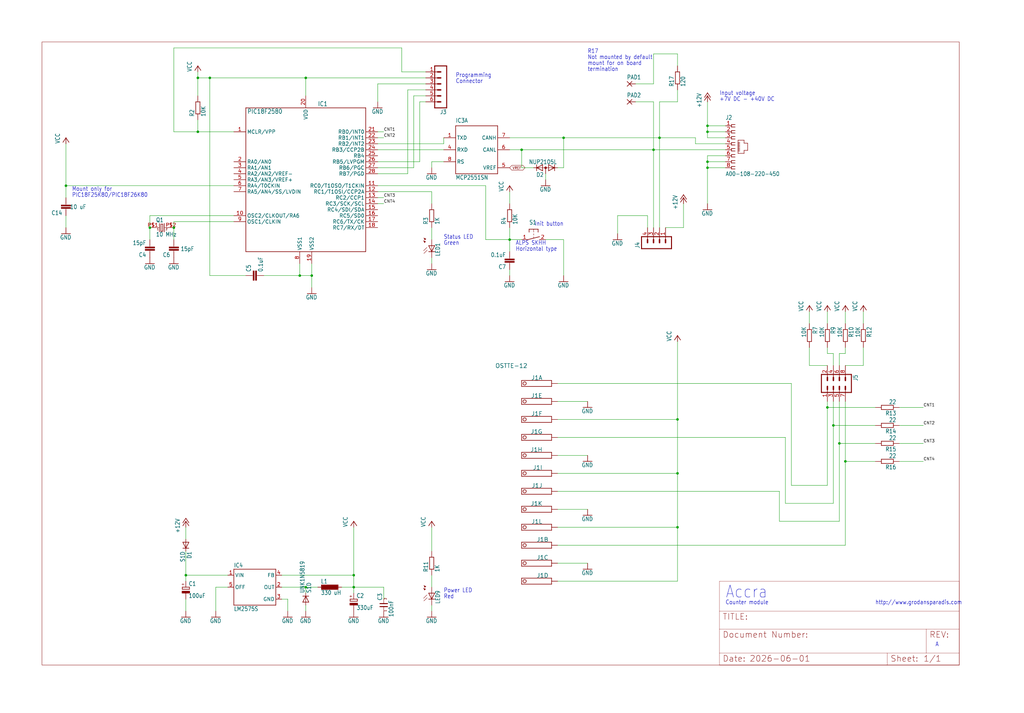
<source format=kicad_sch>
(kicad_sch (version 20250114) (generator "eeschema") (generator_version "9.0")
  (paper "User" 433.807 302.311)
  (lib_symbols
    (symbol "accra_A-eagle-import:+12V" (power)
      (symbol "+12V_1_0"
        (pin power_in line (at 0 -2.54 90) (length 2.54) (name "+12V") (number "1"))
      )
    )
    (symbol "accra_A-eagle-import:1,6/0,8"
      (property "Reference" "PAD" (at -1.143 1.8542 0))
      (symbol "1,6/0,8_1_0"
        (pin passive line (at 2.54 0 180) (length 2.54) (name "P") (number "1"))
      )
    )
    (symbol "accra_A-eagle-import:31-XX"
      (property "Reference" "S" (at -6.35 -1.905 90))
      (symbol "31-XX_1_0"
        (pin passive line (at 0 5.08 270) (length 2.54) (name "S") (number "2"))
        (pin passive line (at 0 -5.08 90) (length 2.54) (name "P") (number "1"))
      )
    )
    (symbol "accra_A-eagle-import:A00-108-220-450"
      (symbol "A00-108-220-450_1_0"
        (pin passive line (at 0 7.62 0) (length 2.54) (name "1") (number "1"))
        (pin passive line (at 0 5.08 0) (length 2.54) (name "2") (number "2"))
        (pin passive line (at 0 2.54 0) (length 2.54) (name "3") (number "3"))
        (pin passive line (at 0 0 0) (length 2.54) (name "4") (number "4"))
        (pin passive line (at 0 -2.54 0) (length 2.54) (name "5") (number "5"))
        (pin passive line (at 0 -5.08 0) (length 2.54) (name "6") (number "6"))
        (pin passive line (at 0 -7.62 0) (length 2.54) (name "7") (number "7"))
        (pin passive line (at 0 -10.16 0) (length 2.54) (name "8") (number "8"))
      )
    )
    (symbol "accra_A-eagle-import:C-EUC0805"
      (property "Reference" "C" (at 1.524 0.381 0))
      (symbol "C-EUC0805_1_0"
        (pin passive line (at 0 2.54 270) (length 2.54) (name "1") (number "1"))
        (pin passive line (at 0 -5.08 90) (length 2.54) (name "2") (number "2"))
      )
    )
    (symbol "accra_A-eagle-import:CNP-0805"
      (property "Reference" "C" (at 1.905 0.635 0))
      (symbol "CNP-0805_1_0"
        (text "1" (at -2.794 -1.27 0) (effects (font (size 0.8636 0.734)) (justify left bottom)))
        (text "2" (at 2.286 -1.27 0) (effects (font (size 0.8636 0.734)) (justify left bottom)))
        (pin passive line (at -2.54 0 0) (length 0) (name "1") (number "1"))
        (pin passive line (at 2.54 0 180) (length 0) (name "2") (number "2"))
      )
    )
    (symbol "accra_A-eagle-import:CPOL-EUD"
      (property "Reference" "C" (at 1.143 0.4826 0))
      (symbol "CPOL-EUD_1_0"
        (text "+" (at -0.5842 0.4064 900) (effects (font (size 1.27 1.0795)) (justify left bottom)))
        (pin passive line (at 0 2.54 270) (length 2.54) (name "+") (number "+"))
        (pin passive line (at 0 -5.08 90) (length 2.54) (name "-") (number "-"))
      )
    )
    (symbol "accra_A-eagle-import:DINA3_L"
      (symbol "DINA3_L_2_0"
        (text "TITLE:" (at 1.27 19.05 0) (effects (font (size 2.54 2.54)) (justify left bottom)))
        (text "Document Number:" (at 1.27 11.43 0) (effects (font (size 2.54 2.54)) (justify left bottom)))
        (text "Date:" (at 1.27 1.27 0) (effects (font (size 2.54 2.54)) (justify left bottom)))
        (text "${CURRENT_DATE}" (at 12.7 1.27 0) (effects (font (size 2.54 2.54)) (justify left bottom)))
        (text "${PROJECTNAME}" (at 17.78 19.05 0) (effects (font (size 2.54 2.54)) (justify left bottom)))
        (text "Sheet:" (at 72.39 1.27 0) (effects (font (size 2.54 2.54)) (justify left bottom)))
        (text "${#}/${##}" (at 86.36 1.27 0) (effects (font (size 2.54 2.54)) (justify left bottom)))
        (text "REV:" (at 88.9 11.43 0) (effects (font (size 2.54 2.54)) (justify left bottom)))
      )
    )
    (symbol "accra_A-eagle-import:DIODE-2CA|ACSOT23"
      (property "Reference" "D" (at 0.762 2.0066 0))
      (symbol "DIODE-2CA|ACSOT23_1_0"
        (pin passive line (at -5.08 0 0) (length 2.54) (name "K1") (number "1"))
        (pin passive line (at 0 2.54 270) (length 2.54) (name "A") (number "3"))
        (pin passive line (at 5.08 0 180) (length 2.54) (name "K2") (number "2"))
      )
    )
    (symbol "accra_A-eagle-import:DIODE-SOD123"
      (property "Reference" "D" (at 2.54 0.4826 0))
      (symbol "DIODE-SOD123_1_0"
        (pin passive line (at -2.54 0 0) (length 2.54) (name "A") (number "A"))
        (pin passive line (at 2.54 0 180) (length 2.54) (name "C") (number "C"))
      )
    )
    (symbol "accra_A-eagle-import:DO3316P"
      (property "Reference" "L" (at -3.81 1.4986 0))
      (symbol "DO3316P_1_0"
        (pin passive line (at -5.08 0 0) (length 2.54) (name "1") (number "1"))
        (pin passive line (at 5.08 0 180) (length 2.54) (name "2") (number "2"))
      )
    )
    (symbol "accra_A-eagle-import:GND" (power)
      (symbol "GND_1_0"
        (pin power_in line (at 0 2.54 270) (length 2.54) (name "GND") (number "1"))
      )
    )
    (symbol "accra_A-eagle-import:HC-49S"
      (symbol "HC-49S_1_0"
        (text "1" (at -2.159 -1.143 0) (effects (font (size 0.8636 0.734)) (justify left bottom)))
        (text "2" (at 1.524 -1.143 0) (effects (font (size 0.8636 0.734)) (justify left bottom)))
        (pin passive line (at -5.08 0 0) (length 2.54) (name "1") (number "P$1"))
        (pin passive line (at 5.08 0 180) (length 2.54) (name "2") (number "P$2"))
      )
    )
    (symbol "accra_A-eagle-import:LEDCHIP-LED0805"
      (property "Reference" "LED" (at 3.556 -4.572 90))
      (symbol "LEDCHIP-LED0805_1_0"
        (pin passive line (at 0 2.54 270) (length 2.54) (name "A") (number "A"))
        (pin passive line (at 0 -5.08 90) (length 2.54) (name "C") (number "C"))
      )
    )
    (symbol "accra_A-eagle-import:LM2575S"
      (property "Reference" "IC" (at -7.62 8.28 0))
      (symbol "LM2575S_1_0"
        (pin power_in line (at -10.16 5.08 0) (length 2.54) (name "VIN") (number "1"))
        (pin input line (at -10.16 0 0) (length 2.54) (name "OFF") (number "5"))
        (pin input line (at 12.7 5.08 180) (length 2.54) (name "FB") (number "4"))
        (pin output line (at 12.7 0 180) (length 2.54) (name "OUT") (number "2"))
        (pin power_in line (at 12.7 -5.08 180) (length 2.54) (name "GND") (number "3"))
      )
    )
    (symbol "accra_A-eagle-import:MA04-1"
      (property "Reference" "SV" (at -1.27 5.842 0))
      (symbol "MA04-1_1_0"
        (pin passive line (at 7.62 2.54 180) (length 5.08) (name "4") (number "4"))
        (pin passive line (at 7.62 0 180) (length 5.08) (name "3") (number "3"))
        (pin passive line (at 7.62 -2.54 180) (length 5.08) (name "2") (number "2"))
        (pin passive line (at 7.62 -5.08 180) (length 5.08) (name "1") (number "1"))
      )
    )
    (symbol "accra_A-eagle-import:MA04-2"
      (property "Reference" "SV" (at -3.81 5.842 0))
      (symbol "MA04-2_1_0"
        (pin passive line (at -7.62 2.54 0) (length 5.08) (name "8") (number "8"))
        (pin passive line (at -7.62 0 0) (length 5.08) (name "6") (number "6"))
        (pin passive line (at -7.62 -2.54 0) (length 5.08) (name "4") (number "4"))
        (pin passive line (at -7.62 -5.08 0) (length 5.08) (name "2") (number "2"))
        (pin passive line (at 7.62 2.54 180) (length 5.08) (name "7") (number "7"))
        (pin passive line (at 7.62 0 180) (length 5.08) (name "5") (number "5"))
        (pin passive line (at 7.62 -2.54 180) (length 5.08) (name "3") (number "3"))
        (pin passive line (at 7.62 -5.08 180) (length 5.08) (name "1") (number "1"))
      )
    )
    (symbol "accra_A-eagle-import:MA06-1"
      (property "Reference" "SV" (at -1.27 8.382 0))
      (symbol "MA06-1_1_0"
        (pin passive line (at 7.62 5.08 180) (length 5.08) (name "6") (number "6"))
        (pin passive line (at 7.62 2.54 180) (length 5.08) (name "5") (number "5"))
        (pin passive line (at 7.62 0 180) (length 5.08) (name "4") (number "4"))
        (pin passive line (at 7.62 -2.54 180) (length 5.08) (name "3") (number "3"))
        (pin passive line (at 7.62 -5.08 180) (length 5.08) (name "2") (number "2"))
        (pin passive line (at 7.62 -7.62 180) (length 5.08) (name "1") (number "1"))
      )
    )
    (symbol "accra_A-eagle-import:MCP2551SN"
      (property "Reference" "U" (at -2.54 0 0))
      (symbol "MCP2551SN_1_0"
        (pin input line (at -15.24 5.08 0) (length 5.08) (name "TXD") (number "1"))
        (pin output line (at -15.24 0 0) (length 5.08) (name "RXD") (number "4"))
        (pin input line (at -15.24 -5.08 0) (length 5.08) (name "RS") (number "8"))
        (pin bidirectional line (at 12.7 5.08 180) (length 5.08) (name "CANH") (number "7"))
        (pin bidirectional line (at 12.7 0 180) (length 5.08) (name "CANL") (number "6"))
        (pin power_in line (at 12.7 -7.62 180) (length 5.08) (name "VREF") (number "5"))
      )
      (symbol "MCP2551SN_2_0"
        (text "VDD" (at 2.54 2.54 900) (effects (font (size 1.4224 1.209)) (justify left bottom)))
        (text "VDD" (at 2.54 2.54 900) (effects (font (size 1.4224 1.209)) (justify left bottom)))
        (text "VSS" (at 2.54 -7.62 900) (effects (font (size 1.4224 1.209)) (justify left bottom)))
        (text "VSS" (at 2.54 -7.62 900) (effects (font (size 1.4224 1.209)) (justify left bottom)))
        (pin power_in line (at 0 7.62 270) (length 5.08) (name "VDD") (number "3"))
        (pin power_in line (at 0 -7.62 90) (length 5.08) (name "VSS") (number "2"))
      )
    )
    (symbol "accra_A-eagle-import:OSTTE-12"
      (symbol "OSTTE-12_1_0"
        (pin passive line (at -7.62 0 0) (length 2.54) (name "K") (number "1"))
      )
      (symbol "OSTTE-12_2_0"
        (pin passive line (at -7.62 0 0) (length 2.54) (name "K") (number "10"))
      )
      (symbol "OSTTE-12_3_0"
        (pin passive line (at -7.62 0 0) (length 2.54) (name "K") (number "11"))
      )
      (symbol "OSTTE-12_4_0"
        (pin passive line (at -7.62 0 0) (length 2.54) (name "K") (number "12"))
      )
      (symbol "OSTTE-12_5_0"
        (pin passive line (at -7.62 0 0) (length 2.54) (name "K") (number "2"))
      )
      (symbol "OSTTE-12_6_0"
        (pin passive line (at -7.62 0 0) (length 2.54) (name "K") (number "3"))
      )
      (symbol "OSTTE-12_7_0"
        (pin passive line (at -7.62 0 0) (length 2.54) (name "K") (number "4"))
      )
      (symbol "OSTTE-12_8_0"
        (pin passive line (at -7.62 0 0) (length 2.54) (name "K") (number "5"))
      )
      (symbol "OSTTE-12_9_0"
        (pin passive line (at -7.62 0 0) (length 2.54) (name "K") (number "6"))
      )
      (symbol "OSTTE-12_10_0"
        (pin passive line (at -7.62 0 0) (length 2.54) (name "K") (number "7"))
      )
      (symbol "OSTTE-12_11_0"
        (pin passive line (at -7.62 0 0) (length 2.54) (name "K") (number "8"))
      )
      (symbol "OSTTE-12_12_0"
        (pin passive line (at -7.62 0 0) (length 2.54) (name "K") (number "9"))
      )
    )
    (symbol "accra_A-eagle-import:PIC18F252-?I/SO"
      (property "Reference" "IC" (at 5.08 31.115 0))
      (symbol "PIC18F252-?I/SO_1_0"
        (pin input line (at -30.48 20.32 0) (length 5.08) (name "MCLR/VPP") (number "1"))
        (pin bidirectional line (at -30.48 7.62 0) (length 5.08) (name "RA0/AN0") (number "2"))
        (pin bidirectional line (at -30.48 5.08 0) (length 5.08) (name "RA1/AN1") (number "3"))
        (pin bidirectional line (at -30.48 2.54 0) (length 5.08) (name "RA2/AN2/VREF-") (number "4"))
        (pin bidirectional line (at -30.48 0 0) (length 5.08) (name "RA3/AN3/VREF+") (number "5"))
        (pin open_collector line (at -30.48 -2.54 0) (length 5.08) (name "RA4/T0CKIN") (number "6"))
        (pin bidirectional line (at -30.48 -5.08 0) (length 5.08) (name "RA5/AN4/SS/LVDIN") (number "7"))
        (pin output line (at -30.48 -15.24 0) (length 5.08) (name "OSC2/CLKOUT/RA6") (number "10"))
        (pin input line (at -30.48 -17.78 0) (length 5.08) (name "OSC1/CLKIN") (number "9"))
        (pin power_in line (at -2.54 -35.56 90) (length 5.08) (name "VSS1") (number "8"))
        (pin power_in line (at 0 35.56 270) (length 5.08) (name "VDD") (number "20"))
        (pin power_in line (at 2.54 -35.56 90) (length 5.08) (name "VSS2") (number "19"))
        (pin bidirectional line (at 30.48 20.32 180) (length 5.08) (name "RB0/INT0") (number "21"))
        (pin bidirectional line (at 30.48 17.78 180) (length 5.08) (name "RB1/INT1") (number "22"))
        (pin bidirectional line (at 30.48 15.24 180) (length 5.08) (name "RB2/INT2") (number "23"))
        (pin bidirectional line (at 30.48 12.7 180) (length 5.08) (name "RB3/CCP2B") (number "24"))
        (pin bidirectional line (at 30.48 10.16 180) (length 5.08) (name "RB4") (number "25"))
        (pin bidirectional line (at 30.48 7.62 180) (length 5.08) (name "RB5/LVPGM") (number "26"))
        (pin bidirectional line (at 30.48 5.08 180) (length 5.08) (name "RB6/PGC") (number "27"))
        (pin bidirectional line (at 30.48 2.54 180) (length 5.08) (name "RB7/PGD") (number "28"))
        (pin bidirectional line (at 30.48 -2.54 180) (length 5.08) (name "RC0/T1OSO/T1CKIN") (number "11"))
        (pin bidirectional line (at 30.48 -5.08 180) (length 5.08) (name "RC1/T1OSI/CCP2A") (number "12"))
        (pin bidirectional line (at 30.48 -7.62 180) (length 5.08) (name "RC2/CCP1") (number "13"))
        (pin bidirectional line (at 30.48 -10.16 180) (length 5.08) (name "RC3/SCK/SCL") (number "14"))
        (pin bidirectional line (at 30.48 -12.7 180) (length 5.08) (name "RC4/SDI/SDA") (number "15"))
        (pin bidirectional line (at 30.48 -15.24 180) (length 5.08) (name "RC5/SD0") (number "16"))
        (pin bidirectional line (at 30.48 -17.78 180) (length 5.08) (name "RC6/TX/CK") (number "17"))
        (pin bidirectional line (at 30.48 -20.32 180) (length 5.08) (name "RC7/RX/DT") (number "18"))
      )
    )
    (symbol "accra_A-eagle-import:R-EU_R0805"
      (property "Reference" "R" (at -3.81 1.4986 0))
      (symbol "R-EU_R0805_1_0"
        (pin passive line (at -5.08 0 0) (length 2.54) (name "1") (number "1"))
        (pin passive line (at 5.08 0 180) (length 2.54) (name "2") (number "2"))
      )
    )
    (symbol "accra_A-eagle-import:VCC" (power)
      (symbol "VCC_1_0"
        (pin power_in line (at 0 -2.54 90) (length 2.54) (name "VCC") (number "1"))
      )
    )
  )
  (text "Connector" (at 193.04 35.56 0) (effects (font (size 1.778 1.5113)) (justify left bottom)))
  (text "PIC18F25K80/PIC18F26K80" (at 30.48 83.82 0) (effects (font (size 1.778 1.5113)) (justify left bottom)))
  (text "Input voltage" (at 304.8 40.64 0) (effects (font (size 1.778 1.5113)) (justify left bottom)))
  (text "Programming" (at 193.04 33.02 0) (effects (font (size 1.778 1.5113)) (justify left bottom)))
  (text "A" (at 396.24 274.32 0) (effects (font (size 1.778 1.5113)) (justify left bottom)))
  (text "Init button" (at 238.76 93.98 0) (effects (font (size 1.778 1.5113)) (justify right top)))
  (text "Power LED" (at 187.96 251.46 0) (effects (font (size 1.778 1.5113)) (justify left bottom)))
  (text "termination" (at 248.92 30.48 0) (effects (font (size 1.778 1.5113)) (justify left bottom)))
  (text "http://www.grodansparadis.com" (at 370.84 256.54 0) (effects (font (size 1.778 1.5113)) (justify left bottom)))
  (text "+7V DC - +40V DC" (at 304.8 43.18 0) (effects (font (size 1.778 1.5113)) (justify left bottom)))
  (text "Red" (at 187.96 254 0) (effects (font (size 1.778 1.5113)) (justify left bottom)))
  (text "Status LED" (at 187.96 101.6 0) (effects (font (size 1.778 1.5113)) (justify left bottom)))
  (text "Green" (at 187.96 104.14 0) (effects (font (size 1.778 1.5113)) (justify left bottom)))
  (text "Counter module" (at 307.34 256.54 0) (effects (font (size 1.778 1.5113)) (justify left bottom)))
  (text "Mount only for" (at 30.48 81.28 0) (effects (font (size 1.778 1.5113)) (justify left bottom)))
  (text "mount for on board" (at 248.92 27.94 0) (effects (font (size 1.778 1.5113)) (justify left bottom)))
  (text "ALPS SKHH" (at 218.44 104.14 0) (effects (font (size 1.778 1.5113)) (justify left bottom)))
  (text "Horizontal type" (at 218.44 106.68 0) (effects (font (size 1.778 1.5113)) (justify left bottom)))
  (text "Accra" (at 307.34 254 0) (effects (font (size 5.08 4.318)) (justify left bottom)))
  (text "Not mounted by default" (at 248.92 25.4 0) (effects (font (size 1.778 1.5113)) (justify left bottom)))
  (text "R17" (at 248.92 22.86 0) (effects (font (size 1.778 1.5113)) (justify left bottom)))
  (junction (at 83.82 33.02))
  (junction (at 287.02 223.52))
  (junction (at 63.5 96.52))
  (junction (at 276.86 63.5))
  (junction (at 27.94 78.74))
  (junction (at 220.98 63.5))
  (junction (at 129.54 33.02))
  (junction (at 129.54 248.92))
  (junction (at 358.14 195.58))
  (junction (at 353.06 180.34))
  (junction (at 132.08 116.84))
  (junction (at 350.52 172.72))
  (junction (at 279.4 58.42))
  (junction (at 149.86 248.92))
  (junction (at 287.02 177.8))
  (junction (at 299.72 68.58))
  (junction (at 287.02 200.66))
  (junction (at 299.72 55.88))
  (junction (at 299.72 53.34))
  (junction (at 78.74 243.84))
  (junction (at 149.86 243.84))
  (junction (at 215.9 101.6))
  (junction (at 127 116.84))
  (junction (at 73.66 96.52))
  (junction (at 238.76 58.42))
  (junction (at 355.6 187.96))
  (junction (at 299.72 71.12))
  (junction (at 88.9 33.02))
  (junction (at 83.82 55.88))
  (wire (pts (xy 160.02 63.5) (xy 187.96 63.5)) (stroke (width 0.1524)))
  (wire (pts (xy 205.74 78.74) (xy 205.74 101.6)) (stroke (width 0.1524)))
  (wire (pts (xy 129.54 40.64) (xy 129.54 33.02)) (stroke (width 0.1524)))
  (wire (pts (xy 289.56 96.52) (xy 289.56 86.36)) (stroke (width 0.1524)))
  (wire (pts (xy 88.9 33.02) (xy 83.82 33.02)) (stroke (width 0.1524)))
  (wire (pts (xy 335.28 162.56) (xy 236.22 162.56)) (stroke (width 0.1524)))
  (wire (pts (xy 215.9 58.42) (xy 238.76 58.42)) (stroke (width 0.1524)))
  (wire (pts (xy 307.34 55.88) (xy 299.72 55.88)) (stroke (width 0.1524)))
  (wire (pts (xy 353.06 180.34) (xy 353.06 213.36)) (stroke (width 0.1524)))
  (wire (pts (xy 287.02 177.8) (xy 287.02 144.78)) (stroke (width 0.1524)))
  (wire (pts (xy 160.02 83.82) (xy 162.56 83.82)) (stroke (width 0.1524)))
  (wire (pts (xy 149.86 243.84) (xy 149.86 248.92)) (stroke (width 0.1524)))
  (wire (pts (xy 180.34 30.48) (xy 170.18 30.48)) (stroke (width 0.1524)))
  (wire (pts (xy 299.72 55.88) (xy 299.72 53.34)) (stroke (width 0.1524)))
  (wire (pts (xy 370.84 195.58) (xy 358.14 195.58)) (stroke (width 0.1524)))
  (wire (pts (xy 220.98 71.12) (xy 220.98 63.5)) (stroke (width 0.1524)))
  (wire (pts (xy 281.94 96.52) (xy 289.56 96.52)) (stroke (width 0.1524)))
  (wire (pts (xy 236.22 177.8) (xy 287.02 177.8)) (stroke (width 0.1524)))
  (wire (pts (xy 132.08 116.84) (xy 132.08 111.76)) (stroke (width 0.1524)))
  (wire (pts (xy 182.88 71.12) (xy 182.88 68.58)) (stroke (width 0.1524)))
  (wire (pts (xy 279.4 96.52) (xy 279.4 58.42)) (stroke (width 0.1524)))
  (wire (pts (xy 215.9 96.52) (xy 215.9 101.6)) (stroke (width 0.1524)))
  (wire (pts (xy 88.9 116.84) (xy 88.9 33.02)) (stroke (width 0.1524)))
  (wire (pts (xy 365.76 154.94) (xy 365.76 147.32)) (stroke (width 0.1524)))
  (wire (pts (xy 231.14 101.6) (xy 238.76 101.6)) (stroke (width 0.1524)))
  (wire (pts (xy 332.74 185.42) (xy 332.74 213.36)) (stroke (width 0.1524)))
  (wire (pts (xy 99.06 78.74) (xy 27.94 78.74)) (stroke (width 0.1524)))
  (wire (pts (xy 215.9 101.6) (xy 220.98 101.6)) (stroke (width 0.1524)))
  (wire (pts (xy 236.22 170.18) (xy 248.92 170.18)) (stroke (width 0.1524)))
  (wire (pts (xy 170.18 20.32) (xy 73.66 20.32)) (stroke (width 0.1524)))
  (wire (pts (xy 83.82 40.64) (xy 83.82 33.02)) (stroke (width 0.1524)))
  (wire (pts (xy 350.52 137.16) (xy 350.52 132.08)) (stroke (width 0.1524)))
  (wire (pts (xy 287.02 27.94) (xy 287.02 22.86)) (stroke (width 0.1524)))
  (wire (pts (xy 73.66 20.32) (xy 73.66 55.88)) (stroke (width 0.1524)))
  (wire (pts (xy 27.94 78.74) (xy 27.94 60.96)) (stroke (width 0.1524)))
  (wire (pts (xy 129.54 251.46) (xy 129.54 248.92)) (stroke (width 0.1524)))
  (wire (pts (xy 182.88 81.28) (xy 182.88 86.36)) (stroke (width 0.1524)))
  (wire (pts (xy 180.34 38.1) (xy 172.72 38.1)) (stroke (width 0.1524)))
  (wire (pts (xy 160.02 81.28) (xy 182.88 81.28)) (stroke (width 0.1524)))
  (wire (pts (xy 231.14 76.2) (xy 231.14 73.66)) (stroke (width 0.1524)))
  (wire (pts (xy 238.76 101.6) (xy 238.76 116.84)) (stroke (width 0.1524)))
  (wire (pts (xy 182.88 68.58) (xy 187.96 68.58)) (stroke (width 0.1524)))
  (wire (pts (xy 342.9 154.94) (xy 342.9 147.32)) (stroke (width 0.1524)))
  (wire (pts (xy 63.5 96.52) (xy 63.5 101.6)) (stroke (width 0.1524)))
  (wire (pts (xy 287.02 22.86) (xy 276.86 22.86)) (stroke (width 0.1524)))
  (wire (pts (xy 160.02 58.42) (xy 162.56 58.42)) (stroke (width 0.1524)))
  (wire (pts (xy 307.34 53.34) (xy 299.72 53.34)) (stroke (width 0.1524)))
  (wire (pts (xy 96.52 243.84) (xy 78.74 243.84)) (stroke (width 0.1524)))
  (wire (pts (xy 27.94 96.52) (xy 27.94 91.44)) (stroke (width 0.1524)))
  (wire (pts (xy 162.56 248.92) (xy 162.56 254)) (stroke (width 0.1524)))
  (wire (pts (xy 350.52 172.72) (xy 350.52 205.74)) (stroke (width 0.1524)))
  (wire (pts (xy 182.88 233.68) (xy 182.88 223.52)) (stroke (width 0.1524)))
  (wire (pts (xy 73.66 101.6) (xy 73.66 96.52)) (stroke (width 0.1524)))
  (wire (pts (xy 129.54 248.92) (xy 134.62 248.92)) (stroke (width 0.1524)))
  (wire (pts (xy 119.38 254) (xy 121.92 254)) (stroke (width 0.1524)))
  (wire (pts (xy 83.82 50.8) (xy 83.82 55.88)) (stroke (width 0.1524)))
  (wire (pts (xy 182.88 248.92) (xy 182.88 243.84)) (stroke (width 0.1524)))
  (wire (pts (xy 287.02 43.18) (xy 279.4 43.18)) (stroke (width 0.1524)))
  (wire (pts (xy 99.06 91.44) (xy 63.5 91.44)) (stroke (width 0.1524)))
  (wire (pts (xy 160.02 35.56) (xy 180.34 35.56)) (stroke (width 0.1524)))
  (wire (pts (xy 73.66 93.98) (xy 99.06 93.98)) (stroke (width 0.1524)))
  (wire (pts (xy 276.86 96.52) (xy 276.86 63.5)) (stroke (width 0.1524)))
  (wire (pts (xy 236.22 223.52) (xy 287.02 223.52)) (stroke (width 0.1524)))
  (wire (pts (xy 111.76 116.84) (xy 127 116.84)) (stroke (width 0.1524)))
  (wire (pts (xy 78.74 254) (xy 78.74 259.08)) (stroke (width 0.1524)))
  (wire (pts (xy 358.14 137.16) (xy 358.14 132.08)) (stroke (width 0.1524)))
  (wire (pts (xy 269.24 35.56) (xy 276.86 35.56)) (stroke (width 0.1524)))
  (wire (pts (xy 226.06 71.12) (xy 220.98 71.12)) (stroke (width 0.1524)))
  (wire (pts (xy 381 187.96) (xy 391.16 187.96)) (stroke (width 0.1524)))
  (wire (pts (xy 276.86 63.5) (xy 307.34 63.5)) (stroke (width 0.1524)))
  (wire (pts (xy 358.14 154.94) (xy 365.76 154.94)) (stroke (width 0.1524)))
  (wire (pts (xy 215.9 86.36) (xy 215.9 81.28)) (stroke (width 0.1524)))
  (wire (pts (xy 276.86 43.18) (xy 276.86 63.5)) (stroke (width 0.1524)))
  (wire (pts (xy 299.72 53.34) (xy 299.72 43.18)) (stroke (width 0.1524)))
  (wire (pts (xy 129.54 33.02) (xy 88.9 33.02)) (stroke (width 0.1524)))
  (wire (pts (xy 236.22 238.76) (xy 248.92 238.76)) (stroke (width 0.1524)))
  (wire (pts (xy 350.52 149.86) (xy 350.52 147.32)) (stroke (width 0.1524)))
  (wire (pts (xy 365.76 137.16) (xy 365.76 132.08)) (stroke (width 0.1524)))
  (wire (pts (xy 370.84 187.96) (xy 355.6 187.96)) (stroke (width 0.1524)))
  (wire (pts (xy 274.32 91.44) (xy 261.62 91.44)) (stroke (width 0.1524)))
  (wire (pts (xy 355.6 187.96) (xy 355.6 220.98)) (stroke (width 0.1524)))
  (wire (pts (xy 330.2 220.98) (xy 355.6 220.98)) (stroke (width 0.1524)))
  (wire (pts (xy 381 172.72) (xy 391.16 172.72)) (stroke (width 0.1524)))
  (wire (pts (xy 236.22 71.12) (xy 238.76 71.12)) (stroke (width 0.1524)))
  (wire (pts (xy 215.9 114.3) (xy 215.9 116.84)) (stroke (width 0.1524)))
  (wire (pts (xy 177.8 68.58) (xy 160.02 68.58)) (stroke (width 0.1524)))
  (wire (pts (xy 175.26 40.64) (xy 180.34 40.64)) (stroke (width 0.1524)))
  (wire (pts (xy 121.92 254) (xy 121.92 259.08)) (stroke (width 0.1524)))
  (wire (pts (xy 215.9 101.6) (xy 215.9 106.68)) (stroke (width 0.1524)))
  (wire (pts (xy 127 111.76) (xy 127 116.84)) (stroke (width 0.1524)))
  (wire (pts (xy 182.88 109.22) (xy 182.88 111.76)) (stroke (width 0.1524)))
  (wire (pts (xy 307.34 71.12) (xy 299.72 71.12)) (stroke (width 0.1524)))
  (wire (pts (xy 330.2 208.28) (xy 330.2 220.98)) (stroke (width 0.1524)))
  (wire (pts (xy 73.66 55.88) (xy 83.82 55.88)) (stroke (width 0.1524)))
  (wire (pts (xy 335.28 205.74) (xy 335.28 162.56)) (stroke (width 0.1524)))
  (wire (pts (xy 160.02 71.12) (xy 175.26 71.12)) (stroke (width 0.1524)))
  (wire (pts (xy 307.34 66.04) (xy 299.72 66.04)) (stroke (width 0.1524)))
  (wire (pts (xy 350.52 170.18) (xy 350.52 172.72)) (stroke (width 0.1524)))
  (wire (pts (xy 175.26 71.12) (xy 175.26 40.64)) (stroke (width 0.1524)))
  (wire (pts (xy 160.02 43.18) (xy 160.02 35.56)) (stroke (width 0.1524)))
  (wire (pts (xy 279.4 58.42) (xy 294.64 58.42)) (stroke (width 0.1524)))
  (wire (pts (xy 187.96 60.96) (xy 187.96 58.42)) (stroke (width 0.1524)))
  (wire (pts (xy 132.08 121.92) (xy 132.08 116.84)) (stroke (width 0.1524)))
  (wire (pts (xy 236.22 200.66) (xy 287.02 200.66)) (stroke (width 0.1524)))
  (wire (pts (xy 149.86 251.46) (xy 149.86 248.92)) (stroke (width 0.1524)))
  (wire (pts (xy 236.22 231.14) (xy 358.14 231.14)) (stroke (width 0.1524)))
  (wire (pts (xy 172.72 73.66) (xy 160.02 73.66)) (stroke (width 0.1524)))
  (wire (pts (xy 358.14 149.86) (xy 358.14 147.32)) (stroke (width 0.1524)))
  (wire (pts (xy 299.72 66.04) (xy 299.72 68.58)) (stroke (width 0.1524)))
  (wire (pts (xy 127 116.84) (xy 132.08 116.84)) (stroke (width 0.1524)))
  (wire (pts (xy 287.02 200.66) (xy 287.02 177.8)) (stroke (width 0.1524)))
  (wire (pts (xy 355.6 154.94) (xy 355.6 149.86)) (stroke (width 0.1524)))
  (wire (pts (xy 269.24 43.18) (xy 276.86 43.18)) (stroke (width 0.1524)))
  (wire (pts (xy 332.74 213.36) (xy 353.06 213.36)) (stroke (width 0.1524)))
  (wire (pts (xy 96.52 248.92) (xy 91.44 248.92)) (stroke (width 0.1524)))
  (wire (pts (xy 353.06 154.94) (xy 353.06 149.86)) (stroke (width 0.1524)))
  (wire (pts (xy 236.22 208.28) (xy 330.2 208.28)) (stroke (width 0.1524)))
  (wire (pts (xy 358.14 231.14) (xy 358.14 195.58)) (stroke (width 0.1524)))
  (wire (pts (xy 381 180.34) (xy 391.16 180.34)) (stroke (width 0.1524)))
  (wire (pts (xy 287.02 246.38) (xy 287.02 223.52)) (stroke (width 0.1524)))
  (wire (pts (xy 149.86 248.92) (xy 144.78 248.92)) (stroke (width 0.1524)))
  (wire (pts (xy 236.22 246.38) (xy 287.02 246.38)) (stroke (width 0.1524)))
  (wire (pts (xy 287.02 223.52) (xy 287.02 200.66)) (stroke (width 0.1524)))
  (wire (pts (xy 160.02 86.36) (xy 162.56 86.36)) (stroke (width 0.1524)))
  (wire (pts (xy 63.5 91.44) (xy 63.5 96.52)) (stroke (width 0.1524)))
  (wire (pts (xy 27.94 78.74) (xy 27.94 83.82)) (stroke (width 0.1524)))
  (wire (pts (xy 353.06 170.18) (xy 353.06 180.34)) (stroke (width 0.1524)))
  (wire (pts (xy 355.6 187.96) (xy 355.6 170.18)) (stroke (width 0.1524)))
  (wire (pts (xy 279.4 43.18) (xy 279.4 58.42)) (stroke (width 0.1524)))
  (wire (pts (xy 129.54 33.02) (xy 180.34 33.02)) (stroke (width 0.1524)))
  (wire (pts (xy 149.86 248.92) (xy 162.56 248.92)) (stroke (width 0.1524)))
  (wire (pts (xy 119.38 243.84) (xy 149.86 243.84)) (stroke (width 0.1524)))
  (wire (pts (xy 370.84 172.72) (xy 350.52 172.72)) (stroke (width 0.1524)))
  (wire (pts (xy 83.82 55.88) (xy 99.06 55.88)) (stroke (width 0.1524)))
  (wire (pts (xy 78.74 233.68) (xy 78.74 243.84)) (stroke (width 0.1524)))
  (wire (pts (xy 215.9 63.5) (xy 220.98 63.5)) (stroke (width 0.1524)))
  (wire (pts (xy 160.02 78.74) (xy 205.74 78.74)) (stroke (width 0.1524)))
  (wire (pts (xy 299.72 58.42) (xy 299.72 55.88)) (stroke (width 0.1524)))
  (wire (pts (xy 220.98 63.5) (xy 276.86 63.5)) (stroke (width 0.1524)))
  (wire (pts (xy 236.22 193.04) (xy 248.92 193.04)) (stroke (width 0.1524)))
  (wire (pts (xy 73.66 96.52) (xy 73.66 93.98)) (stroke (width 0.1524)))
  (wire (pts (xy 177.8 43.18) (xy 177.8 68.58)) (stroke (width 0.1524)))
  (wire (pts (xy 294.64 58.42) (xy 294.64 60.96)) (stroke (width 0.1524)))
  (wire (pts (xy 294.64 60.96) (xy 307.34 60.96)) (stroke (width 0.1524)))
  (wire (pts (xy 182.88 101.6) (xy 182.88 96.52)) (stroke (width 0.1524)))
  (wire (pts (xy 299.72 68.58) (xy 299.72 71.12)) (stroke (width 0.1524)))
  (wire (pts (xy 370.84 180.34) (xy 353.06 180.34)) (stroke (width 0.1524)))
  (wire (pts (xy 160.02 55.88) (xy 162.56 55.88)) (stroke (width 0.1524)))
  (wire (pts (xy 307.34 58.42) (xy 299.72 58.42)) (stroke (width 0.1524)))
  (wire (pts (xy 261.62 91.44) (xy 261.62 99.06)) (stroke (width 0.1524)))
  (wire (pts (xy 355.6 149.86) (xy 358.14 149.86)) (stroke (width 0.1524)))
  (wire (pts (xy 350.52 205.74) (xy 335.28 205.74)) (stroke (width 0.1524)))
  (wire (pts (xy 91.44 248.92) (xy 91.44 259.08)) (stroke (width 0.1524)))
  (wire (pts (xy 276.86 35.56) (xy 276.86 22.86)) (stroke (width 0.1524)))
  (wire (pts (xy 350.52 154.94) (xy 342.9 154.94)) (stroke (width 0.1524)))
  (wire (pts (xy 358.14 195.58) (xy 358.14 170.18)) (stroke (width 0.1524)))
  (wire (pts (xy 129.54 256.54) (xy 129.54 259.08)) (stroke (width 0.1524)))
  (wire (pts (xy 236.22 185.42) (xy 332.74 185.42)) (stroke (width 0.1524)))
  (wire (pts (xy 180.34 43.18) (xy 177.8 43.18)) (stroke (width 0.1524)))
  (wire (pts (xy 170.18 30.48) (xy 170.18 20.32)) (stroke (width 0.1524)))
  (wire (pts (xy 83.82 33.02) (xy 83.82 30.48)) (stroke (width 0.1524)))
  (wire (pts (xy 381 195.58) (xy 391.16 195.58)) (stroke (width 0.1524)))
  (wire (pts (xy 238.76 71.12) (xy 238.76 58.42)) (stroke (width 0.1524)))
  (wire (pts (xy 78.74 246.38) (xy 78.74 243.84)) (stroke (width 0.1524)))
  (wire (pts (xy 342.9 137.16) (xy 342.9 132.08)) (stroke (width 0.1524)))
  (wire (pts (xy 104.14 116.84) (xy 88.9 116.84)) (stroke (width 0.1524)))
  (wire (pts (xy 160.02 60.96) (xy 187.96 60.96)) (stroke (width 0.1524)))
  (wire (pts (xy 78.74 228.6) (xy 78.74 223.52)) (stroke (width 0.1524)))
  (wire (pts (xy 307.34 68.58) (xy 299.72 68.58)) (stroke (width 0.1524)))
  (wire (pts (xy 238.76 58.42) (xy 279.4 58.42)) (stroke (width 0.1524)))
  (wire (pts (xy 215.9 101.6) (xy 205.74 101.6)) (stroke (width 0.1524)))
  (wire (pts (xy 274.32 96.52) (xy 274.32 91.44)) (stroke (width 0.1524)))
  (wire (pts (xy 353.06 149.86) (xy 350.52 149.86)) (stroke (width 0.1524)))
  (wire (pts (xy 236.22 215.9) (xy 248.92 215.9)) (stroke (width 0.1524)))
  (wire (pts (xy 149.86 243.84) (xy 149.86 223.52)) (stroke (width 0.1524)))
  (wire (pts (xy 172.72 38.1) (xy 172.72 73.66)) (stroke (width 0.1524)))
  (wire (pts (xy 287.02 38.1) (xy 287.02 43.18)) (stroke (width 0.1524)))
  (wire (pts (xy 119.38 248.92) (xy 129.54 248.92)) (stroke (width 0.1524)))
  (wire (pts (xy 182.88 256.54) (xy 182.88 259.08)) (stroke (width 0.1524)))
  (wire (pts (xy 299.72 71.12) (xy 299.72 86.36)) (stroke (width 0.1524)))
  (label "CNT2" (at 391.16 180.34 0) (effects (font (size 1.2446 1.2446))))
  (label "CNT4" (at 391.16 195.58 0) (effects (font (size 1.2446 1.2446))))
  (label "CNT3" (at 162.56 83.82 0) (effects (font (size 1.2446 1.2446))))
  (label "CNT4" (at 162.56 86.36 0) (effects (font (size 1.2446 1.2446))))
  (label "CNT3" (at 391.16 187.96 0) (effects (font (size 1.2446 1.2446))))
  (label "CNT2" (at 162.56 58.42 0) (effects (font (size 1.2446 1.2446))))
  (label "CNT1" (at 391.16 172.72 0) (effects (font (size 1.2446 1.2446))))
  (label "CNT1" (at 162.56 55.88 0) (effects (font (size 1.2446 1.2446))))
  (global_label "VREF" (shape bidirectional) (at 215.9 71.12 0) (effects (font (size 1.016 1.016))) (property "Intersheetrefs" "${INTERSHEET_REFS}" (effects (hide yes))))
  (symbol (lib_id "accra_A-eagle-import:DINA3_L") (at 304.8 281.94 0) (unit 2)
    (property "Reference" "#FRAME1" (effects (hide yes)))
    (property "Value" "DINA3_L" (effects (hide yes)))
  )
  (symbol (lib_id "accra_A-eagle-import:GND") (at 248.92 195.58 0) (unit 1)
    (property "Reference" "#GND18" (effects (hide yes)))
    (property "Value" "GND" (at 246.38 198.12 0) (effects (font (size 1.778 1.5113)) (justify left bottom)))
  )
  (symbol (lib_id "accra_A-eagle-import:VCC") (at 215.9 78.74 0) (unit 1)
    (property "Reference" "#P+4" (effects (hide yes)))
    (property "Value" "VCC" (at 213.36 81.28 90) (effects (font (size 1.778 1.5113)) (justify left bottom)))
  )
  (symbol (lib_id "accra_A-eagle-import:R-EU_R0805") (at 215.9 91.44 90) (unit 1)
    (property "Reference" "R4" (at 214.4014 95.25 0) (effects (font (size 1.778 1.5113)) (justify left bottom)))
    (property "Value" "10K" (at 219.202 95.25 0) (effects (font (size 1.778 1.5113)) (justify left bottom)))
    (property "Footprint" "accra_A:R0805" (effects (hide yes)))
  )
  (symbol (lib_id "accra_A-eagle-import:GND") (at 182.88 261.62 0) (unit 1)
    (property "Reference" "#GND27" (effects (hide yes)))
    (property "Value" "GND" (at 180.34 264.16 0) (effects (font (size 1.778 1.5113)) (justify left bottom)))
  )
  (symbol (lib_id "accra_A-eagle-import:CPOL-EUD") (at 149.86 254 0) (unit 1)
    (property "Reference" "C2" (at 151.003 253.5174 0) (effects (font (size 1.778 1.5113)) (justify left bottom)))
    (property "Value" "330uF" (at 151.003 258.5974 0) (effects (font (size 1.778 1.5113)) (justify left bottom)))
    (property "Footprint" "accra_A:PANASONIC_D" (effects (hide yes)))
  )
  (symbol (lib_id "accra_A-eagle-import:R-EU_R0805") (at 182.88 238.76 90) (unit 1)
    (property "Reference" "R11" (at 181.3814 242.57 0) (effects (font (size 1.778 1.5113)) (justify left bottom)))
    (property "Value" "1K" (at 186.182 242.57 0) (effects (font (size 1.778 1.5113)) (justify left bottom)))
    (property "Footprint" "accra_A:R0805" (effects (hide yes)))
  )
  (symbol (lib_id "accra_A-eagle-import:GND") (at 63.5 111.76 0) (unit 1)
    (property "Reference" "#GND8" (effects (hide yes)))
    (property "Value" "GND" (at 60.96 114.3 0) (effects (font (size 1.778 1.5113)) (justify left bottom)))
  )
  (symbol (lib_id "accra_A-eagle-import:OSTTE-12") (at 228.6 246.38 180) (unit 4)
    (property "Reference" "J1" (at 232.41 242.951 0) (effects (font (size 1.778 1.778)) (justify left bottom)))
    (property "Value" "OSTTE-12" (effects (hide yes)))
    (property "Footprint" "accra_A:PINHEAD-12" (effects (hide yes)))
  )
  (symbol (lib_id "accra_A-eagle-import:VCC") (at 287.02 142.24 0) (unit 1)
    (property "Reference" "#P+5" (effects (hide yes)))
    (property "Value" "VCC" (at 284.48 144.78 90) (effects (font (size 1.778 1.5113)) (justify left bottom)))
  )
  (symbol (lib_id "accra_A-eagle-import:A00-108-220-450") (at 307.34 60.96 0) (unit 1)
    (property "Reference" "J2" (at 307.34 50.8 0) (effects (font (size 1.778 1.5113)) (justify left bottom)))
    (property "Value" "A00-108-220-450" (at 307.34 74.676 0) (effects (font (size 1.778 1.5113)) (justify left bottom)))
    (property "Footprint" "accra_A:RJ-45" (effects (hide yes)))
  )
  (symbol (lib_id "accra_A-eagle-import:R-EU_R0805") (at 375.92 187.96 180) (unit 1)
    (property "Reference" "R15" (at 379.73 189.4586 0) (effects (font (size 1.778 1.5113)) (justify left bottom)))
    (property "Value" "22" (at 379.73 184.658 0) (effects (font (size 1.778 1.5113)) (justify left bottom)))
    (property "Footprint" "accra_A:R0805" (effects (hide yes)))
  )
  (symbol (lib_id "accra_A-eagle-import:GND") (at 238.76 119.38 0) (unit 1)
    (property "Reference" "#GND11" (effects (hide yes)))
    (property "Value" "GND" (at 236.22 121.92 0) (effects (font (size 1.778 1.5113)) (justify left bottom)))
  )
  (symbol (lib_id "accra_A-eagle-import:DIODE-2CA|ACSOT23") (at 231.14 71.12 180) (unit 1)
    (property "Reference" "D2" (at 230.378 73.1266 0) (effects (font (size 1.778 1.5113)) (justify left bottom)))
    (property "Value" "NUP2105L" (at 235.966 67.6656 0) (effects (font (size 1.778 1.5113)) (justify left bottom)))
    (property "Footprint" "accra_A:SOT23" (effects (hide yes)))
  )
  (symbol (lib_id "accra_A-eagle-import:31-XX") (at 226.06 101.6 270) (unit 1)
    (property "Reference" "S1" (at 224.155 95.25 90) (effects (font (size 1.778 1.5113)) (justify left bottom)))
    (property "Value" "31-XX" (effects (hide yes)))
    (property "Footprint" "accra_A:B3F-31XX" (effects (hide yes)))
  )
  (symbol (lib_id "accra_A-eagle-import:GND") (at 261.62 101.6 0) (unit 1)
    (property "Reference" "#GND26" (effects (hide yes)))
    (property "Value" "GND" (at 259.08 104.14 0) (effects (font (size 1.778 1.5113)) (justify left bottom)))
  )
  (symbol (lib_id "accra_A-eagle-import:GND") (at 129.54 261.62 0) (unit 1)
    (property "Reference" "#GND6" (effects (hide yes)))
    (property "Value" "GND" (at 127 264.16 0) (effects (font (size 1.778 1.5113)) (justify left bottom)))
  )
  (symbol (lib_id "accra_A-eagle-import:VCC") (at 149.86 220.98 0) (unit 1)
    (property "Reference" "#P+6" (effects (hide yes)))
    (property "Value" "VCC" (at 147.32 223.52 90) (effects (font (size 1.778 1.5113)) (justify left bottom)))
  )
  (symbol (lib_id "accra_A-eagle-import:DIODE-SOD123") (at 129.54 254 90) (unit 1)
    (property "Reference" "UNK1N5819" (at 129.0574 251.46 0) (effects (font (size 1.778 1.5113)) (justify left bottom)))
    (property "Value" "S1D" (at 131.8514 251.46 0) (effects (font (size 1.778 1.5113)) (justify left bottom)))
    (property "Footprint" "accra_A:SOD123" (effects (hide yes)))
  )
  (symbol (lib_id "accra_A-eagle-import:PIC18F252-?I/SO") (at 129.54 76.2 0) (unit 1)
    (property "Reference" "IC1" (at 134.62 45.085 0) (effects (font (size 1.905 1.6192)) (justify left bottom)))
    (property "Value" "PIC18F2580" (at 104.775 48.26 0) (effects (font (size 1.905 1.6192)) (justify left bottom)))
    (property "Footprint" "accra_A:SO28" (effects (hide yes)))
  )
  (symbol (lib_id "accra_A-eagle-import:OSTTE-12") (at 228.6 238.76 180) (unit 3)
    (property "Reference" "J1" (at 232.41 235.331 0) (effects (font (size 1.778 1.778)) (justify left bottom)))
    (property "Value" "OSTTE-12" (effects (hide yes)))
    (property "Footprint" "accra_A:PINHEAD-12" (effects (hide yes)))
  )
  (symbol (lib_id "accra_A-eagle-import:GND") (at 182.88 73.66 0) (unit 1)
    (property "Reference" "#GND12" (effects (hide yes)))
    (property "Value" "GND" (at 180.34 76.2 0) (effects (font (size 1.778 1.5113)) (justify left bottom)))
  )
  (symbol (lib_id "accra_A-eagle-import:HC-49S") (at 68.58 96.52 0) (unit 1)
    (property "Reference" "Q1" (at 66.04 94.234 0) (effects (font (size 1.778 1.5113)) (justify left bottom)))
    (property "Value" "10 MHz" (at 66.04 100.33 0) (effects (font (size 1.778 1.5113)) (justify left bottom)))
    (property "Footprint" "accra_A:9C" (effects (hide yes)))
  )
  (symbol (lib_id "accra_A-eagle-import:GND") (at 299.72 88.9 0) (unit 1)
    (property "Reference" "#GND3" (effects (hide yes)))
    (property "Value" "GND" (at 297.18 91.44 0) (effects (font (size 1.778 1.5113)) (justify left bottom)))
  )
  (symbol (lib_id "accra_A-eagle-import:GND") (at 215.9 119.38 0) (unit 1)
    (property "Reference" "#GND1" (effects (hide yes)))
    (property "Value" "GND" (at 213.36 121.92 0) (effects (font (size 1.778 1.5113)) (justify left bottom)))
  )
  (symbol (lib_id "accra_A-eagle-import:VCC") (at 365.76 129.54 0) (unit 1)
    (property "Reference" "#P+13" (effects (hide yes)))
    (property "Value" "VCC" (at 363.22 132.08 90) (effects (font (size 1.778 1.5113)) (justify left bottom)))
  )
  (symbol (lib_id "accra_A-eagle-import:OSTTE-12") (at 228.6 200.66 180) (unit 9)
    (property "Reference" "J1" (at 229.87 197.231 0) (effects (font (size 1.778 1.778)) (justify left bottom)))
    (property "Value" "OSTTE-12" (effects (hide yes)))
    (property "Footprint" "accra_A:PINHEAD-12" (effects (hide yes)))
  )
  (symbol (lib_id "accra_A-eagle-import:VCC") (at 350.52 129.54 0) (unit 1)
    (property "Reference" "#P+11" (effects (hide yes)))
    (property "Value" "VCC" (at 347.98 132.08 90) (effects (font (size 1.778 1.5113)) (justify left bottom)))
  )
  (symbol (lib_id "accra_A-eagle-import:R-EU_R0805") (at 182.88 91.44 90) (unit 1)
    (property "Reference" "R3" (at 181.3814 95.25 0) (effects (font (size 1.778 1.5113)) (justify left bottom)))
    (property "Value" "1K" (at 186.182 95.25 0) (effects (font (size 1.778 1.5113)) (justify left bottom)))
    (property "Footprint" "accra_A:R0805" (effects (hide yes)))
  )
  (symbol (lib_id "accra_A-eagle-import:OSTTE-12") (at 228.6 231.14 180) (unit 2)
    (property "Reference" "J1" (at 232.41 227.711 0) (effects (font (size 1.778 1.778)) (justify left bottom)))
    (property "Value" "OSTTE-12" (effects (hide yes)))
    (property "Footprint" "accra_A:PINHEAD-12" (effects (hide yes)))
  )
  (symbol (lib_id "accra_A-eagle-import:C-EUC0805") (at 63.5 106.68 180) (unit 1)
    (property "Reference" "C4" (at 61.976 107.061 0) (effects (font (size 1.778 1.5113)) (justify left bottom)))
    (property "Value" "15pF" (at 61.976 101.981 0) (effects (font (size 1.778 1.5113)) (justify left bottom)))
    (property "Footprint" "accra_A:C0805" (effects (hide yes)))
  )
  (symbol (lib_id "accra_A-eagle-import:LM2575S") (at 106.68 248.92 0) (unit 1)
    (property "Reference" "IC4" (at 99.06 240.64 0) (effects (font (size 1.778 1.5113)) (justify left bottom)))
    (property "Value" "LM2575S" (at 99.06 259.08 0) (effects (font (size 1.778 1.5113)) (justify left bottom)))
    (property "Footprint" "accra_A:TO263-5" (effects (hide yes)))
  )
  (symbol (lib_id "accra_A-eagle-import:OSTTE-12") (at 228.6 177.8 180) (unit 6)
    (property "Reference" "J1" (at 229.87 174.371 0) (effects (font (size 1.778 1.778)) (justify left bottom)))
    (property "Value" "OSTTE-12" (effects (hide yes)))
    (property "Footprint" "accra_A:PINHEAD-12" (effects (hide yes)))
  )
  (symbol (lib_id "accra_A-eagle-import:CPOL-EUD") (at 78.74 248.92 0) (unit 1)
    (property "Reference" "C1" (at 79.883 248.4374 0) (effects (font (size 1.778 1.5113)) (justify left bottom)))
    (property "Value" "100uF" (at 79.883 253.5174 0) (effects (font (size 1.778 1.5113)) (justify left bottom)))
    (property "Footprint" "accra_A:PANASONIC_D" (effects (hide yes)))
  )
  (symbol (lib_id "accra_A-eagle-import:OSTTE-12") (at 228.6 208.28 180) (unit 10)
    (property "Reference" "J1" (at 229.87 204.851 0) (effects (font (size 1.778 1.778)) (justify left bottom)))
    (property "Value" "OSTTE-12" (effects (hide yes)))
    (property "Footprint" "accra_A:PINHEAD-12" (effects (hide yes)))
  )
  (symbol (lib_id "accra_A-eagle-import:VCC") (at 83.82 27.94 0) (unit 1)
    (property "Reference" "#P+3" (effects (hide yes)))
    (property "Value" "VCC" (at 81.28 30.48 90) (effects (font (size 1.778 1.5113)) (justify left bottom)))
  )
  (symbol (lib_id "accra_A-eagle-import:OSTTE-12") (at 228.6 162.56 180) (unit 1)
    (property "Reference" "J1" (at 229.87 159.131 0) (effects (font (size 1.778 1.778)) (justify left bottom)))
    (property "Value" "OSTTE-12" (at 223.52 154.051 0) (effects (font (size 1.778 1.778)) (justify left bottom)))
    (property "Footprint" "accra_A:PINHEAD-12" (effects (hide yes)))
  )
  (symbol (lib_id "accra_A-eagle-import:R-EU_R0805") (at 375.92 172.72 180) (unit 1)
    (property "Reference" "R13" (at 379.73 174.2186 0) (effects (font (size 1.778 1.5113)) (justify left bottom)))
    (property "Value" "22" (at 379.73 169.418 0) (effects (font (size 1.778 1.5113)) (justify left bottom)))
    (property "Footprint" "accra_A:R0805" (effects (hide yes)))
  )
  (symbol (lib_id "accra_A-eagle-import:R-EU_R0805") (at 375.92 180.34 180) (unit 1)
    (property "Reference" "R14" (at 379.73 181.8386 0) (effects (font (size 1.778 1.5113)) (justify left bottom)))
    (property "Value" "22" (at 379.73 177.038 0) (effects (font (size 1.778 1.5113)) (justify left bottom)))
    (property "Footprint" "accra_A:R0805" (effects (hide yes)))
  )
  (symbol (lib_id "accra_A-eagle-import:GND") (at 132.08 124.46 0) (unit 1)
    (property "Reference" "#GND9" (effects (hide yes)))
    (property "Value" "GND" (at 129.54 127 0) (effects (font (size 1.778 1.5113)) (justify left bottom)))
  )
  (symbol (lib_id "accra_A-eagle-import:C-EUC0805") (at 73.66 106.68 180) (unit 1)
    (property "Reference" "C6" (at 72.136 107.061 0) (effects (font (size 1.778 1.5113)) (justify left bottom)))
    (property "Value" "15pF" (at 82.296 104.521 0) (effects (font (size 1.778 1.5113)) (justify left bottom)))
    (property "Footprint" "accra_A:C0805" (effects (hide yes)))
  )
  (symbol (lib_id "accra_A-eagle-import:GND") (at 73.66 111.76 0) (unit 1)
    (property "Reference" "#GND16" (effects (hide yes)))
    (property "Value" "GND" (at 71.12 114.3 0) (effects (font (size 1.778 1.5113)) (justify left bottom)))
  )
  (symbol (lib_id "accra_A-eagle-import:R-EU_R0805") (at 83.82 45.72 90) (unit 1)
    (property "Reference" "R2" (at 82.3214 49.53 0) (effects (font (size 1.778 1.5113)) (justify left bottom)))
    (property "Value" "10K" (at 87.122 49.53 0) (effects (font (size 1.778 1.5113)) (justify left bottom)))
    (property "Footprint" "accra_A:R0805" (effects (hide yes)))
  )
  (symbol (lib_id "accra_A-eagle-import:R-EU_R0805") (at 287.02 33.02 90) (unit 1)
    (property "Reference" "R17" (at 285.5214 36.83 0) (effects (font (size 1.778 1.5113)) (justify left bottom)))
    (property "Value" "120" (at 290.322 36.83 0) (effects (font (size 1.778 1.5113)) (justify left bottom)))
    (property "Footprint" "accra_A:R0805" (effects (hide yes)))
  )
  (symbol (lib_id "accra_A-eagle-import:VCC") (at 182.88 220.98 0) (unit 1)
    (property "Reference" "#P+9" (effects (hide yes)))
    (property "Value" "VCC" (at 180.34 223.52 90) (effects (font (size 1.778 1.5113)) (justify left bottom)))
  )
  (symbol (lib_id "accra_A-eagle-import:MA04-2") (at 355.6 162.56 270) (unit 1)
    (property "Reference" "J5" (at 361.442 158.75 0) (effects (font (size 1.778 1.5113)) (justify left bottom)))
    (property "Value" "MA04-2" (effects (hide yes)))
    (property "Footprint" "accra_A:MA04-2" (effects (hide yes)))
  )
  (symbol (lib_id "accra_A-eagle-import:+12V") (at 78.74 220.98 0) (unit 1)
    (property "Reference" "#P+7" (effects (hide yes)))
    (property "Value" "+12V" (at 76.2 226.06 90) (effects (font (size 1.778 1.5113)) (justify left bottom)))
  )
  (symbol (lib_id "accra_A-eagle-import:GND") (at 162.56 261.62 0) (unit 1)
    (property "Reference" "#GND15" (effects (hide yes)))
    (property "Value" "GND" (at 160.02 264.16 0) (effects (font (size 1.778 1.5113)) (justify left bottom)))
  )
  (symbol (lib_id "accra_A-eagle-import:C-EUC0805") (at 215.9 111.76 180) (unit 1)
    (property "Reference" "C7" (at 214.376 112.141 0) (effects (font (size 1.778 1.5113)) (justify left bottom)))
    (property "Value" "0.1uF" (at 214.376 107.061 0) (effects (font (size 1.778 1.5113)) (justify left bottom)))
    (property "Footprint" "accra_A:C0805" (effects (hide yes)))
  )
  (symbol (lib_id "accra_A-eagle-import:VCC") (at 342.9 129.54 0) (unit 1)
    (property "Reference" "#P+2" (effects (hide yes)))
    (property "Value" "VCC" (at 340.36 132.08 90) (effects (font (size 1.778 1.5113)) (justify left bottom)))
  )
  (symbol (lib_id "accra_A-eagle-import:OSTTE-12") (at 228.6 193.04 180) (unit 8)
    (property "Reference" "J1" (at 229.87 189.611 0) (effects (font (size 1.778 1.778)) (justify left bottom)))
    (property "Value" "OSTTE-12" (effects (hide yes)))
    (property "Footprint" "accra_A:PINHEAD-12" (effects (hide yes)))
  )
  (symbol (lib_id "accra_A-eagle-import:VCC") (at 358.14 129.54 0) (unit 1)
    (property "Reference" "#P+12" (effects (hide yes)))
    (property "Value" "VCC" (at 355.6 132.08 90) (effects (font (size 1.778 1.5113)) (justify left bottom)))
  )
  (symbol (lib_id "accra_A-eagle-import:OSTTE-12") (at 228.6 223.52 180) (unit 12)
    (property "Reference" "J1" (at 229.87 220.091 0) (effects (font (size 1.778 1.778)) (justify left bottom)))
    (property "Value" "OSTTE-12" (effects (hide yes)))
    (property "Footprint" "accra_A:PINHEAD-12" (effects (hide yes)))
  )
  (symbol (lib_id "accra_A-eagle-import:GND") (at 91.44 261.62 0) (unit 1)
    (property "Reference" "#GND4" (effects (hide yes)))
    (property "Value" "GND" (at 88.9 264.16 0) (effects (font (size 1.778 1.5113)) (justify left bottom)))
  )
  (symbol (lib_id "accra_A-eagle-import:R-EU_R0805") (at 375.92 195.58 180) (unit 1)
    (property "Reference" "R16" (at 379.73 197.0786 0) (effects (font (size 1.778 1.5113)) (justify left bottom)))
    (property "Value" "22" (at 379.73 192.278 0) (effects (font (size 1.778 1.5113)) (justify left bottom)))
    (property "Footprint" "accra_A:R0805" (effects (hide yes)))
  )
  (symbol (lib_id "accra_A-eagle-import:+12V") (at 299.72 40.64 0) (unit 1)
    (property "Reference" "#P+1" (effects (hide yes)))
    (property "Value" "+12V" (at 297.18 45.72 90) (effects (font (size 1.778 1.5113)) (justify left bottom)))
  )
  (symbol (lib_id "accra_A-eagle-import:R-EU_R0805") (at 358.14 142.24 270) (unit 1)
    (property "Reference" "R10" (at 359.6386 138.43 0) (effects (font (size 1.778 1.5113)) (justify left bottom)))
    (property "Value" "10K" (at 354.838 138.43 0) (effects (font (size 1.778 1.5113)) (justify left bottom)))
    (property "Footprint" "accra_A:R0805" (effects (hide yes)))
  )
  (symbol (lib_id "accra_A-eagle-import:OSTTE-12") (at 228.6 215.9 180) (unit 11)
    (property "Reference" "J1" (at 229.87 212.471 0) (effects (font (size 1.778 1.778)) (justify left bottom)))
    (property "Value" "OSTTE-12" (effects (hide yes)))
    (property "Footprint" "accra_A:PINHEAD-12" (effects (hide yes)))
  )
  (symbol (lib_id "accra_A-eagle-import:GND") (at 78.74 261.62 0) (unit 1)
    (property "Reference" "#GND7" (effects (hide yes)))
    (property "Value" "GND" (at 76.2 264.16 0) (effects (font (size 1.778 1.5113)) (justify left bottom)))
  )
  (symbol (lib_id "accra_A-eagle-import:OSTTE-12") (at 228.6 185.42 180) (unit 7)
    (property "Reference" "J1" (at 229.87 181.991 0) (effects (font (size 1.778 1.778)) (justify left bottom)))
    (property "Value" "OSTTE-12" (effects (hide yes)))
    (property "Footprint" "accra_A:PINHEAD-12" (effects (hide yes)))
  )
  (symbol (lib_id "accra_A-eagle-import:R-EU_R0805") (at 350.52 142.24 270) (unit 1)
    (property "Reference" "R9" (at 352.0186 138.43 0) (effects (font (size 1.778 1.5113)) (justify left bottom)))
    (property "Value" "10K" (at 347.218 138.43 0) (effects (font (size 1.778 1.5113)) (justify left bottom)))
    (property "Footprint" "accra_A:R0805" (effects (hide yes)))
  )
  (symbol (lib_id "accra_A-eagle-import:1,6/0,8") (at 266.7 43.18 0) (unit 1)
    (property "Reference" "PAD2" (at 265.557 41.3258 0) (effects (font (size 1.778 1.5113)) (justify left bottom)))
    (property "Value" "1,6/0,8" (effects (hide yes)))
    (property "Footprint" "accra_A:1,6_0,8" (effects (hide yes)))
  )
  (symbol (lib_id "accra_A-eagle-import:MCP2551SN") (at 203.2 63.5 0) (unit 1)
    (property "Reference" "IC3" (at 193.04 52.07 0) (effects (font (size 1.778 1.5113)) (justify left bottom)))
    (property "Value" "MCP2551SN" (at 193.04 76.2 0) (effects (font (size 1.778 1.5113)) (justify left bottom)))
    (property "Footprint" "accra_A:SO-08" (effects (hide yes)))
  )
  (symbol (lib_id "accra_A-eagle-import:R-EU_R0805") (at 365.76 142.24 270) (unit 1)
    (property "Reference" "R12" (at 367.2586 138.43 0) (effects (font (size 1.778 1.5113)) (justify left bottom)))
    (property "Value" "10K" (at 362.458 138.43 0) (effects (font (size 1.778 1.5113)) (justify left bottom)))
    (property "Footprint" "accra_A:R0805" (effects (hide yes)))
  )
  (symbol (lib_id "accra_A-eagle-import:1,6/0,8") (at 266.7 35.56 0) (unit 1)
    (property "Reference" "PAD1" (at 265.557 33.7058 0) (effects (font (size 1.778 1.5113)) (justify left bottom)))
    (property "Value" "1,6/0,8" (effects (hide yes)))
    (property "Footprint" "accra_A:1,6_0,8" (effects (hide yes)))
  )
  (symbol (lib_id "accra_A-eagle-import:DIODE-SOD123") (at 78.74 231.14 270) (unit 1)
    (property "Reference" "D1" (at 79.2226 233.68 0) (effects (font (size 1.778 1.5113)) (justify left bottom)))
    (property "Value" "S1D" (at 76.4286 233.68 0) (effects (font (size 1.778 1.5113)) (justify left bottom)))
    (property "Footprint" "accra_A:SOD123" (effects (hide yes)))
  )
  (symbol (lib_id "accra_A-eagle-import:C-EUC0805") (at 106.68 116.84 90) (unit 1)
    (property "Reference" "C5" (at 106.299 115.316 0) (effects (font (size 1.778 1.5113)) (justify left bottom)))
    (property "Value" "0.1uF" (at 111.379 115.316 0) (effects (font (size 1.778 1.5113)) (justify left bottom)))
    (property "Footprint" "accra_A:C0805" (effects (hide yes)))
  )
  (symbol (lib_id "accra_A-eagle-import:GND") (at 160.02 45.72 0) (unit 1)
    (property "Reference" "#GND20" (effects (hide yes)))
    (property "Value" "GND" (at 157.48 48.26 0) (effects (font (size 1.778 1.5113)) (justify left bottom)))
  )
  (symbol (lib_id "accra_A-eagle-import:DO3316P") (at 139.7 248.92 0) (unit 1)
    (property "Reference" "L1" (at 135.89 247.4214 0) (effects (font (size 1.778 1.5113)) (justify left bottom)))
    (property "Value" "330 uH" (at 135.89 252.222 0) (effects (font (size 1.778 1.5113)) (justify left bottom)))
    (property "Footprint" "accra_A:DO3316P" (effects (hide yes)))
  )
  (symbol (lib_id "accra_A-eagle-import:GND") (at 248.92 172.72 0) (unit 1)
    (property "Reference" "#GND2" (effects (hide yes)))
    (property "Value" "GND" (at 246.38 175.26 0) (effects (font (size 1.778 1.5113)) (justify left bottom)))
  )
  (symbol (lib_id "accra_A-eagle-import:GND") (at 149.86 261.62 0) (unit 1)
    (property "Reference" "#GND14" (effects (hide yes)))
    (property "Value" "GND" (at 147.32 264.16 0) (effects (font (size 1.778 1.5113)) (justify left bottom)))
  )
  (symbol (lib_id "accra_A-eagle-import:CNP-0805") (at 162.56 256.54 90) (unit 1)
    (property "Reference" "C3" (at 161.925 254.635 0) (effects (font (size 1.778 1.5113)) (justify left bottom)))
    (property "Value" "100nF" (at 166.6875 261.62 0) (effects (font (size 1.778 1.5113)) (justify left bottom)))
    (property "Footprint" "accra_A:0805" (effects (hide yes)))
  )
  (symbol (lib_id "accra_A-eagle-import:OSTTE-12") (at 228.6 170.18 180) (unit 5)
    (property "Reference" "J1" (at 229.87 166.751 0) (effects (font (size 1.778 1.778)) (justify left bottom)))
    (property "Value" "OSTTE-12" (effects (hide yes)))
    (property "Footprint" "accra_A:PINHEAD-12" (effects (hide yes)))
  )
  (symbol (lib_id "accra_A-eagle-import:GND") (at 231.14 78.74 0) (unit 1)
    (property "Reference" "#GND13" (effects (hide yes)))
    (property "Value" "GND" (at 228.6 81.28 0) (effects (font (size 1.778 1.5113)) (justify left bottom)))
  )
  (symbol (lib_id "accra_A-eagle-import:MA04-1") (at 276.86 104.14 90) (unit 1)
    (property "Reference" "J4" (at 271.018 105.41 0) (effects (font (size 1.778 1.5113)) (justify left bottom)))
    (property "Value" "MA04-1" (effects (hide yes)))
    (property "Footprint" "accra_A:MA04-1" (effects (hide yes)))
  )
  (symbol (lib_id "accra_A-eagle-import:GND") (at 121.92 261.62 0) (unit 1)
    (property "Reference" "#GND5" (effects (hide yes)))
    (property "Value" "GND" (at 119.38 264.16 0) (effects (font (size 1.778 1.5113)) (justify left bottom)))
  )
  (symbol (lib_id "accra_A-eagle-import:MA06-1") (at 187.96 38.1 180) (unit 1)
    (property "Reference" "J3" (at 189.23 46.482 0) (effects (font (size 1.778 1.5113)) (justify left bottom)))
    (property "Value" "MA06-1" (effects (hide yes)))
    (property "Footprint" "accra_A:MA06-1" (effects (hide yes)))
  )
  (symbol (lib_id "accra_A-eagle-import:GND") (at 248.92 241.3 0) (unit 1)
    (property "Reference" "#GND21" (effects (hide yes)))
    (property "Value" "GND" (at 246.38 243.84 0) (effects (font (size 1.778 1.5113)) (justify left bottom)))
  )
  (symbol (lib_id "accra_A-eagle-import:LEDCHIP-LED0805") (at 182.88 104.14 0) (unit 1)
    (property "Reference" "LED1" (at 186.436 108.712 90) (effects (font (size 1.778 1.5113)) (justify left bottom)))
    (property "Value" "LEDCHIP-LED0805" (effects (hide yes)))
    (property "Footprint" "accra_A:CHIP-LED0805" (effects (hide yes)))
  )
  (symbol (lib_id "accra_A-eagle-import:DINA3_L") (at 17.78 281.94 0) (unit 1)
    (property "Reference" "#FRAME1" (effects (hide yes)))
    (property "Value" "DINA3_L" (effects (hide yes)))
  )
  (symbol (lib_id "accra_A-eagle-import:+12V") (at 289.56 83.82 0) (unit 1)
    (property "Reference" "#P+8" (effects (hide yes)))
    (property "Value" "+12V" (at 287.02 88.9 90) (effects (font (size 1.778 1.5113)) (justify left bottom)))
  )
  (symbol (lib_id "accra_A-eagle-import:R-EU_R0805") (at 342.9 142.24 270) (unit 1)
    (property "Reference" "R7" (at 344.3986 138.43 0) (effects (font (size 1.778 1.5113)) (justify left bottom)))
    (property "Value" "10K" (at 339.598 138.43 0) (effects (font (size 1.778 1.5113)) (justify left bottom)))
    (property "Footprint" "accra_A:R0805" (effects (hide yes)))
  )
  (symbol (lib_id "accra_A-eagle-import:GND") (at 182.88 114.3 0) (unit 1)
    (property "Reference" "#GND10" (effects (hide yes)))
    (property "Value" "GND" (at 180.34 116.84 0) (effects (font (size 1.778 1.5113)) (justify left bottom)))
  )
  (symbol (lib_id "accra_A-eagle-import:LEDCHIP-LED0805") (at 182.88 251.46 0) (unit 1)
    (property "Reference" "LED9" (at 186.436 256.032 90) (effects (font (size 1.778 1.5113)) (justify left bottom)))
    (property "Value" "LEDCHIP-LED0805" (effects (hide yes)))
    (property "Footprint" "accra_A:CHIP-LED0805" (effects (hide yes)))
  )
  (symbol (lib_id "accra_A-eagle-import:GND") (at 248.92 218.44 0) (unit 1)
    (property "Reference" "#GND19" (effects (hide yes)))
    (property "Value" "GND" (at 246.38 220.98 0) (effects (font (size 1.778 1.5113)) (justify left bottom)))
  )
  (symbol (lib_id "accra_A-eagle-import:GND") (at 27.94 99.06 0) (unit 1)
    (property "Reference" "#GND32" (effects (hide yes)))
    (property "Value" "GND" (at 25.4 101.6 0) (effects (font (size 1.778 1.5113)) (justify left bottom)))
  )
  (symbol (lib_id "accra_A-eagle-import:VCC") (at 27.94 58.42 0) (unit 1)
    (property "Reference" "#P+10" (effects (hide yes)))
    (property "Value" "VCC" (at 25.4 60.96 90) (effects (font (size 1.778 1.5113)) (justify left bottom)))
  )
  (symbol (lib_id "accra_A-eagle-import:C-EUC0805") (at 27.94 88.9 180) (unit 1)
    (property "Reference" "C14" (at 26.416 89.281 0) (effects (font (size 1.778 1.5113)) (justify left bottom)))
    (property "Value" "10 uF" (at 36.576 86.741 0) (effects (font (size 1.778 1.5113)) (justify left bottom)))
    (property "Footprint" "accra_A:C0805" (effects (hide yes)))
  )
)
</source>
